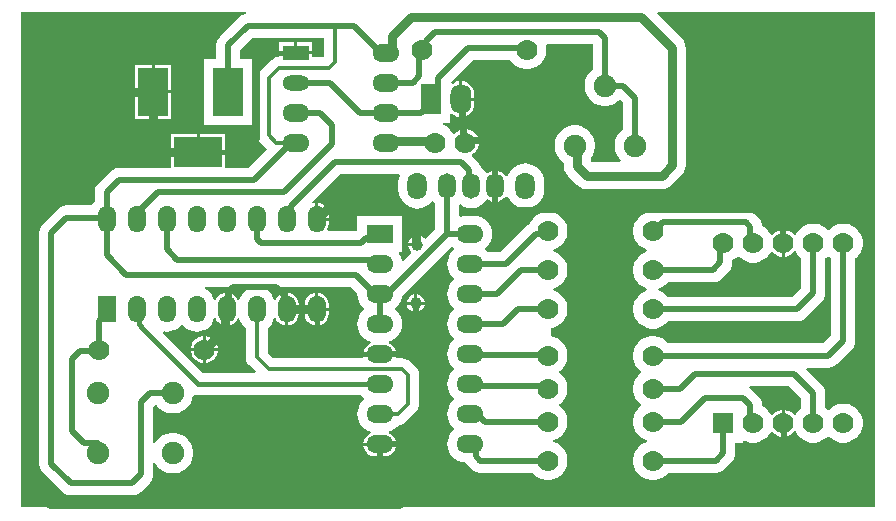
<source format=gbl>
G04*
G04 #@! TF.GenerationSoftware,Altium Limited,Altium Designer,22.10.1 (41)*
G04*
G04 Layer_Physical_Order=2*
G04 Layer_Color=16711680*
%FSLAX25Y25*%
%MOIN*%
G70*
G04*
G04 #@! TF.SameCoordinates,7AE85D4C-FD46-4DCC-B2CD-606CE683DADB*
G04*
G04*
G04 #@! TF.FilePolarity,Positive*
G04*
G01*
G75*
%ADD10C,0.01500*%
%ADD30C,0.02000*%
%ADD31O,0.09000X0.05118*%
%ADD32O,0.09000X0.06000*%
%ADD33R,0.09000X0.04724*%
%ADD34R,0.07000X0.10000*%
%ADD35O,0.07000X0.10000*%
%ADD36C,0.07000*%
%ADD37O,0.06500X0.09000*%
%ADD38O,0.06000X0.08500*%
%ADD39C,0.07500*%
%ADD40R,0.07000X0.07000*%
%ADD41R,0.10000X0.16000*%
%ADD42R,0.16000X0.10000*%
%ADD43R,0.09000X0.06000*%
%ADD44O,0.06000X0.09000*%
%ADD45R,0.06000X0.09000*%
%ADD46C,0.03937*%
%ADD47C,0.01200*%
%ADD48C,0.03000*%
G36*
X589970Y198530D02*
X305530D01*
Y363470D01*
X380476D01*
X380508Y362970D01*
X379956Y362897D01*
X378983Y362494D01*
X378147Y361853D01*
X371647Y355353D01*
X371006Y354517D01*
X370603Y353544D01*
X370465Y352500D01*
X370465Y352500D01*
Y348000D01*
X366500D01*
Y326000D01*
X382500D01*
Y348000D01*
X378535D01*
Y350829D01*
X382671Y354965D01*
X406369D01*
Y348631D01*
X402500D01*
Y349500D01*
X391500D01*
Y348631D01*
X390560Y348507D01*
X389685Y348145D01*
X388932Y347568D01*
X385433Y344068D01*
X384855Y343316D01*
X384493Y342440D01*
X384369Y341500D01*
Y322500D01*
X384493Y321560D01*
X384855Y320685D01*
X385433Y319933D01*
X387580Y317785D01*
X381329Y311535D01*
X373500D01*
Y316500D01*
X355500D01*
Y311535D01*
X338000D01*
X336956Y311397D01*
X335983Y310994D01*
X335147Y310353D01*
X335147Y310353D01*
X331147Y306353D01*
X330506Y305517D01*
X330103Y304544D01*
X329965Y303500D01*
X329965Y303500D01*
Y300451D01*
X329737Y300263D01*
X328987Y299349D01*
X328819Y299035D01*
X320500D01*
X320500Y299035D01*
X319456Y298897D01*
X318483Y298494D01*
X317647Y297853D01*
X317647Y297853D01*
X312647Y292853D01*
X312006Y292017D01*
X311603Y291044D01*
X311466Y290000D01*
X311466Y290000D01*
Y213000D01*
X311466Y213000D01*
X311603Y211956D01*
X312006Y210983D01*
X312647Y210147D01*
X319147Y203647D01*
X319983Y203006D01*
X320956Y202603D01*
X322000Y202466D01*
X322000Y202466D01*
X342500D01*
X342500Y202466D01*
X343544Y202603D01*
X344517Y203006D01*
X345353Y203647D01*
X348353Y206647D01*
X348994Y207483D01*
X349397Y208456D01*
X349535Y209500D01*
Y213081D01*
X350002Y213284D01*
X350034Y213278D01*
X350757Y212197D01*
X351697Y211257D01*
X352803Y210518D01*
X354031Y210009D01*
X355335Y209750D01*
X356665D01*
X357969Y210009D01*
X359197Y210518D01*
X360303Y211257D01*
X361243Y212197D01*
X361982Y213303D01*
X362491Y214531D01*
X362750Y215835D01*
Y217165D01*
X362491Y218469D01*
X361982Y219697D01*
X361243Y220803D01*
X360303Y221743D01*
X359197Y222482D01*
X357969Y222991D01*
X356665Y223250D01*
X355335D01*
X354031Y222991D01*
X352803Y222482D01*
X351697Y221743D01*
X350757Y220803D01*
X350034Y219722D01*
X350002Y219716D01*
X349535Y219919D01*
Y231829D01*
X350117Y232412D01*
X350635Y232379D01*
X350757Y232197D01*
X351697Y231257D01*
X352803Y230518D01*
X354031Y230009D01*
X355335Y229750D01*
X356665D01*
X357969Y230009D01*
X359197Y230518D01*
X360303Y231257D01*
X361243Y232197D01*
X361982Y233303D01*
X362491Y234531D01*
X362711Y235641D01*
X363192Y235983D01*
X363521Y235846D01*
X364500Y235718D01*
X418842D01*
X419237Y235237D01*
X419830Y234750D01*
Y234250D01*
X419237Y233763D01*
X418487Y232850D01*
X417930Y231807D01*
X417587Y230676D01*
X417471Y229500D01*
X417587Y228324D01*
X417930Y227193D01*
X418487Y226150D01*
X419237Y225237D01*
X420151Y224487D01*
X421193Y223930D01*
X421910Y223712D01*
X421936Y223182D01*
X421483Y222994D01*
X420647Y222353D01*
X420006Y221517D01*
X419603Y220544D01*
X419531Y220000D01*
X430469D01*
X430397Y220544D01*
X429994Y221517D01*
X429353Y222353D01*
X428517Y222994D01*
X428064Y223182D01*
X428090Y223712D01*
X428807Y223930D01*
X429849Y224487D01*
X430763Y225237D01*
X431316Y225911D01*
X431940Y225993D01*
X432816Y226355D01*
X433568Y226933D01*
X437068Y230433D01*
X437645Y231185D01*
X438007Y232060D01*
X438131Y233000D01*
X438131Y233000D01*
Y242500D01*
X438131Y242500D01*
X438007Y243440D01*
X437645Y244316D01*
X437068Y245068D01*
X435068Y247067D01*
X434315Y247645D01*
X433440Y248007D01*
X432500Y248131D01*
X430743D01*
X430420Y248631D01*
X430469Y249000D01*
X419531D01*
X419580Y248631D01*
X419257Y248131D01*
X389504D01*
X387631Y250004D01*
Y258218D01*
X388263Y258737D01*
X389013Y259650D01*
X389570Y260693D01*
X389788Y261410D01*
X390318Y261436D01*
X390506Y260983D01*
X391147Y260147D01*
X391983Y259506D01*
X392956Y259103D01*
X393500Y259031D01*
Y264500D01*
Y269969D01*
X392956Y269897D01*
X391983Y269494D01*
X391147Y268853D01*
X390506Y268017D01*
X390318Y267564D01*
X389788Y267590D01*
X389570Y268307D01*
X389013Y269350D01*
X388263Y270263D01*
X387350Y271013D01*
X386503Y271465D01*
X386628Y271966D01*
X415329D01*
X417500Y269794D01*
X417471Y269500D01*
X417587Y268324D01*
X417930Y267193D01*
X418487Y266150D01*
X419237Y265237D01*
X419830Y264750D01*
Y264250D01*
X419237Y263763D01*
X418487Y262849D01*
X417930Y261807D01*
X417587Y260676D01*
X417471Y259500D01*
X417587Y258324D01*
X417930Y257193D01*
X418487Y256151D01*
X419237Y255237D01*
X420151Y254487D01*
X421193Y253930D01*
X421910Y253712D01*
X421936Y253182D01*
X421483Y252994D01*
X420647Y252353D01*
X420006Y251517D01*
X419603Y250544D01*
X419531Y250000D01*
X430469D01*
X430397Y250544D01*
X429994Y251517D01*
X429353Y252353D01*
X428517Y252994D01*
X428064Y253182D01*
X428090Y253712D01*
X428807Y253930D01*
X429849Y254487D01*
X430763Y255237D01*
X431513Y256151D01*
X432070Y257193D01*
X432413Y258324D01*
X432529Y259500D01*
X432413Y260676D01*
X432070Y261807D01*
X431513Y262849D01*
X430763Y263763D01*
X430170Y264250D01*
Y264750D01*
X430763Y265237D01*
X431513Y266150D01*
X432070Y267193D01*
X432413Y268324D01*
X432455Y268749D01*
X448956Y285251D01*
X449237Y285237D01*
X449830Y284750D01*
Y284250D01*
X449237Y283763D01*
X448487Y282850D01*
X447930Y281807D01*
X447587Y280676D01*
X447471Y279500D01*
X447587Y278324D01*
X447930Y277193D01*
X448487Y276150D01*
X449237Y275237D01*
X449830Y274750D01*
Y274250D01*
X449237Y273763D01*
X448487Y272849D01*
X447930Y271807D01*
X447587Y270676D01*
X447471Y269500D01*
X447587Y268324D01*
X447930Y267193D01*
X448487Y266150D01*
X449237Y265237D01*
X449830Y264750D01*
Y264250D01*
X449237Y263763D01*
X448487Y262849D01*
X447930Y261807D01*
X447587Y260676D01*
X447471Y259500D01*
X447587Y258324D01*
X447930Y257193D01*
X448487Y256151D01*
X449237Y255237D01*
X449830Y254750D01*
Y254250D01*
X449237Y253763D01*
X448487Y252850D01*
X447930Y251807D01*
X447587Y250676D01*
X447471Y249500D01*
X447587Y248324D01*
X447930Y247193D01*
X448487Y246150D01*
X449237Y245237D01*
X449830Y244750D01*
Y244250D01*
X449237Y243763D01*
X448487Y242849D01*
X447930Y241807D01*
X447587Y240676D01*
X447471Y239500D01*
X447587Y238324D01*
X447930Y237193D01*
X448487Y236151D01*
X449237Y235237D01*
X449830Y234750D01*
Y234250D01*
X449237Y233763D01*
X448487Y232850D01*
X447930Y231807D01*
X447587Y230676D01*
X447471Y229500D01*
X447587Y228324D01*
X447930Y227193D01*
X448487Y226150D01*
X449237Y225237D01*
X449830Y224750D01*
Y224250D01*
X449237Y223763D01*
X448487Y222849D01*
X447930Y221807D01*
X447587Y220676D01*
X447471Y219500D01*
X447587Y218324D01*
X447930Y217193D01*
X448487Y216150D01*
X449237Y215237D01*
X450150Y214487D01*
X451193Y213930D01*
X452324Y213587D01*
X453500Y213471D01*
X453515D01*
X454147Y212647D01*
X455647Y211147D01*
X456483Y210506D01*
X457456Y210103D01*
X458500Y209965D01*
X475878D01*
X475951Y209857D01*
X476857Y208951D01*
X477921Y208240D01*
X479104Y207750D01*
X480360Y207500D01*
X481640D01*
X482896Y207750D01*
X484079Y208240D01*
X485144Y208951D01*
X486049Y209857D01*
X486760Y210921D01*
X487250Y212104D01*
X487500Y213360D01*
Y214640D01*
X487250Y215896D01*
X486760Y217079D01*
X486049Y218144D01*
X485144Y219049D01*
X484079Y219760D01*
X482913Y220243D01*
X482896Y220281D01*
Y220719D01*
X482913Y220757D01*
X484079Y221240D01*
X485144Y221951D01*
X486049Y222856D01*
X486760Y223921D01*
X487250Y225104D01*
X487500Y226360D01*
Y227640D01*
X487250Y228896D01*
X486760Y230079D01*
X486049Y231143D01*
X485144Y232049D01*
X484842Y232250D01*
Y232750D01*
X485144Y232951D01*
X486049Y233857D01*
X486760Y234921D01*
X487250Y236104D01*
X487500Y237360D01*
Y238640D01*
X487250Y239896D01*
X486760Y241079D01*
X486049Y242144D01*
X485144Y243049D01*
X484842Y243250D01*
Y243750D01*
X485144Y243951D01*
X486049Y244857D01*
X486760Y245921D01*
X487250Y247104D01*
X487500Y248360D01*
Y249640D01*
X487250Y250896D01*
X486760Y252079D01*
X486049Y253144D01*
X485144Y254049D01*
X484079Y254760D01*
X482896Y255250D01*
X482000Y255428D01*
Y258072D01*
X482896Y258250D01*
X484079Y258740D01*
X485144Y259451D01*
X486049Y260356D01*
X486760Y261421D01*
X487250Y262604D01*
X487500Y263860D01*
Y265140D01*
X487250Y266396D01*
X486760Y267579D01*
X486049Y268643D01*
X485144Y269549D01*
X484079Y270260D01*
X482913Y270743D01*
X482896Y270781D01*
Y271219D01*
X482913Y271257D01*
X484079Y271740D01*
X485144Y272451D01*
X486049Y273357D01*
X486760Y274421D01*
X487250Y275604D01*
X487500Y276860D01*
Y278140D01*
X487250Y279396D01*
X486760Y280579D01*
X486049Y281644D01*
X485144Y282549D01*
X484079Y283260D01*
X482913Y283743D01*
X482896Y283781D01*
Y284219D01*
X482913Y284257D01*
X484079Y284740D01*
X485144Y285451D01*
X486049Y286356D01*
X486760Y287421D01*
X487250Y288604D01*
X487500Y289860D01*
Y291140D01*
X487250Y292396D01*
X486760Y293579D01*
X486049Y294643D01*
X485144Y295549D01*
X484079Y296260D01*
X482896Y296750D01*
X481640Y297000D01*
X480360D01*
X479104Y296750D01*
X477921Y296260D01*
X476857Y295549D01*
X475951Y294643D01*
X475240Y293579D01*
X475010Y293025D01*
X474191Y292396D01*
X465329Y283535D01*
X460951D01*
X460763Y283763D01*
X460170Y284250D01*
Y284750D01*
X460763Y285237D01*
X461513Y286151D01*
X462070Y287193D01*
X462413Y288324D01*
X462529Y289500D01*
X462413Y290676D01*
X462070Y291807D01*
X461513Y292849D01*
X460763Y293763D01*
X459850Y294513D01*
X458807Y295070D01*
X457676Y295413D01*
X456500Y295529D01*
X453500D01*
X452324Y295413D01*
X451936Y295296D01*
X451535Y295593D01*
Y299158D01*
X451987Y299372D01*
X452150Y299237D01*
X453193Y298680D01*
X454324Y298337D01*
X455500Y298221D01*
X456676Y298337D01*
X457807Y298680D01*
X458849Y299237D01*
X459763Y299987D01*
X460513Y300901D01*
X460558Y300985D01*
X461047Y301091D01*
X461483Y300756D01*
X462456Y300353D01*
X463000Y300281D01*
Y305500D01*
Y310719D01*
X462456Y310647D01*
X461483Y310244D01*
X461047Y309910D01*
X460558Y310015D01*
X460513Y310100D01*
X459763Y311013D01*
X458849Y311763D01*
X458595Y311899D01*
X458229Y312783D01*
X457587Y313618D01*
X457587Y313618D01*
X455630Y315576D01*
X455695Y316071D01*
X456263Y316399D01*
X457101Y317237D01*
X457693Y318263D01*
X458000Y319408D01*
Y319500D01*
X453500D01*
Y320000D01*
X453000D01*
Y324500D01*
X452908D01*
X451763Y324193D01*
X450737Y323601D01*
X449899Y322763D01*
X449886Y322740D01*
X449387Y322773D01*
X449260Y323079D01*
X448549Y324144D01*
X447644Y325049D01*
X446579Y325760D01*
X446000Y326000D01*
X446100Y326500D01*
X448500D01*
Y329383D01*
X449000Y329630D01*
X449731Y329069D01*
X450825Y328616D01*
X451500Y328527D01*
Y334500D01*
Y340473D01*
X450825Y340384D01*
X449731Y339931D01*
X449360Y339646D01*
X448818Y339861D01*
X448784Y340078D01*
X456171Y347465D01*
X468544D01*
X468951Y346856D01*
X469857Y345951D01*
X470921Y345240D01*
X472104Y344750D01*
X473360Y344500D01*
X474640D01*
X475896Y344750D01*
X477079Y345240D01*
X478144Y345951D01*
X479049Y346856D01*
X479760Y347921D01*
X480250Y349104D01*
X480500Y350360D01*
Y351640D01*
X480336Y352466D01*
X480746Y352965D01*
X495965D01*
Y344422D01*
X495697Y344243D01*
X494757Y343303D01*
X494018Y342197D01*
X493509Y340969D01*
X493250Y339665D01*
Y338335D01*
X493509Y337031D01*
X494018Y335803D01*
X494757Y334697D01*
X495697Y333757D01*
X496803Y333018D01*
X498031Y332509D01*
X499335Y332250D01*
X500665D01*
X501969Y332509D01*
X503197Y333018D01*
X504303Y333757D01*
X504920Y334374D01*
X505966Y333329D01*
Y324422D01*
X505697Y324243D01*
X504757Y323303D01*
X504018Y322197D01*
X503509Y320969D01*
X503250Y319665D01*
Y318335D01*
X503509Y317031D01*
X504018Y315803D01*
X504757Y314697D01*
X505415Y314039D01*
X505208Y313539D01*
X495880D01*
X495400Y314019D01*
Y314932D01*
X495982Y315803D01*
X496491Y317031D01*
X496750Y318335D01*
Y319665D01*
X496491Y320969D01*
X495982Y322197D01*
X495243Y323303D01*
X494303Y324243D01*
X493197Y324982D01*
X491969Y325491D01*
X490665Y325750D01*
X489335D01*
X488031Y325491D01*
X486803Y324982D01*
X485697Y324243D01*
X484757Y323303D01*
X484018Y322197D01*
X483509Y320969D01*
X483250Y319665D01*
Y318335D01*
X483509Y317031D01*
X484018Y315803D01*
X484757Y314697D01*
X485697Y313757D01*
X486322Y313339D01*
Y312139D01*
X486477Y310964D01*
X486930Y309870D01*
X487652Y308929D01*
X490791Y305791D01*
X490791Y305791D01*
X491731Y305069D01*
X492825Y304616D01*
X494000Y304461D01*
X519000D01*
X520175Y304616D01*
X521269Y305069D01*
X522209Y305791D01*
X525709Y309291D01*
X526431Y310231D01*
X526884Y311325D01*
X527039Y312500D01*
X527039Y312500D01*
Y351500D01*
X526884Y352675D01*
X526431Y353769D01*
X525709Y354709D01*
X517411Y363008D01*
X517602Y363470D01*
X589970D01*
Y198530D01*
D02*
G37*
G36*
X431641Y308965D02*
X431340Y307975D01*
X431220Y306750D01*
Y304250D01*
X431340Y303025D01*
X431698Y301847D01*
X432278Y300761D01*
X433059Y299809D01*
X434011Y299028D01*
X435097Y298448D01*
X436275Y298090D01*
X437500Y297970D01*
X438725Y298090D01*
X439903Y298448D01*
X440989Y299028D01*
X441941Y299809D01*
X442412Y300383D01*
X442912D01*
X443237Y299987D01*
X443466Y299799D01*
Y291171D01*
X440300Y288005D01*
X439643Y288055D01*
X439323Y288375D01*
X438646Y288766D01*
X438000Y288939D01*
Y286000D01*
X437500D01*
Y285500D01*
X434561D01*
X434734Y284854D01*
X435125Y284177D01*
X435444Y283857D01*
X435495Y283200D01*
X432867Y280573D01*
X432378Y280791D01*
X432070Y281807D01*
X431513Y282850D01*
X431350Y283048D01*
X431564Y283500D01*
X432500D01*
Y295500D01*
X417500D01*
Y291017D01*
X416935Y290534D01*
X407715D01*
X407653Y290661D01*
X407515Y291035D01*
X407897Y291956D01*
X408035Y293000D01*
Y294000D01*
X404000D01*
Y294500D01*
X403500D01*
Y299969D01*
X402956Y299897D01*
X402707Y299794D01*
X402423Y300218D01*
X411671Y309466D01*
X431356D01*
X431641Y308965D01*
D02*
G37*
G36*
X381497Y271465D02*
X380650Y271013D01*
X379737Y270263D01*
X378987Y269350D01*
X378430Y268307D01*
X378212Y267590D01*
X377682Y267564D01*
X377494Y268017D01*
X376853Y268853D01*
X376017Y269494D01*
X375044Y269897D01*
X374500Y269969D01*
Y264500D01*
Y259031D01*
X375044Y259103D01*
X376017Y259506D01*
X376853Y260147D01*
X377494Y260983D01*
X377682Y261436D01*
X378212Y261410D01*
X378430Y260693D01*
X378987Y259650D01*
X379737Y258737D01*
X380369Y258218D01*
Y248500D01*
X380493Y247560D01*
X380855Y246685D01*
X381433Y245933D01*
X383621Y243744D01*
X383429Y243282D01*
X366067D01*
X352743Y256606D01*
X352985Y257071D01*
X354000Y256971D01*
X355176Y257087D01*
X356307Y257430D01*
X357349Y257987D01*
X358263Y258737D01*
X358750Y259330D01*
X359250D01*
X359737Y258737D01*
X360650Y257987D01*
X361693Y257430D01*
X362824Y257087D01*
X364000Y256971D01*
X365176Y257087D01*
X366307Y257430D01*
X367350Y257987D01*
X368263Y258737D01*
X369013Y259650D01*
X369570Y260693D01*
X369788Y261410D01*
X370318Y261436D01*
X370506Y260983D01*
X371147Y260147D01*
X371983Y259506D01*
X372956Y259103D01*
X373500Y259031D01*
Y264500D01*
Y269969D01*
X372956Y269897D01*
X371983Y269494D01*
X371147Y268853D01*
X370506Y268017D01*
X370318Y267564D01*
X369788Y267590D01*
X369570Y268307D01*
X369013Y269350D01*
X368263Y270263D01*
X367350Y271013D01*
X366503Y271465D01*
X366628Y271966D01*
X381372D01*
X381497Y271465D01*
D02*
G37*
%LPC*%
G36*
X402500Y353362D02*
X397500D01*
Y350500D01*
X402500D01*
Y353362D01*
D02*
G37*
G36*
X396500D02*
X391500D01*
Y350500D01*
X396500D01*
Y353362D01*
D02*
G37*
G36*
X355500Y346000D02*
X350000D01*
Y337500D01*
X355500D01*
Y346000D01*
D02*
G37*
G36*
X349000D02*
X343500D01*
Y337500D01*
X349000D01*
Y346000D01*
D02*
G37*
G36*
X452500Y340473D02*
Y335000D01*
X456539D01*
Y336000D01*
X456384Y337175D01*
X455931Y338269D01*
X455209Y339209D01*
X454269Y339931D01*
X453175Y340384D01*
X452500Y340473D01*
D02*
G37*
G36*
X456539Y334000D02*
X452500D01*
Y328527D01*
X453175Y328616D01*
X454269Y329069D01*
X455209Y329791D01*
X455931Y330731D01*
X456384Y331825D01*
X456539Y333000D01*
Y334000D01*
D02*
G37*
G36*
X355500Y336500D02*
X350000D01*
Y328000D01*
X355500D01*
Y336500D01*
D02*
G37*
G36*
X349000D02*
X343500D01*
Y328000D01*
X349000D01*
Y336500D01*
D02*
G37*
G36*
X454092Y324500D02*
X454000D01*
Y320500D01*
X458000D01*
Y320592D01*
X457693Y321737D01*
X457101Y322763D01*
X456263Y323601D01*
X455237Y324193D01*
X454092Y324500D01*
D02*
G37*
G36*
X373500Y323000D02*
X365000D01*
Y317500D01*
X373500D01*
Y323000D01*
D02*
G37*
G36*
X364000D02*
X355500D01*
Y317500D01*
X364000D01*
Y323000D01*
D02*
G37*
G36*
X473500Y313030D02*
X472275Y312910D01*
X471097Y312552D01*
X470011Y311972D01*
X469059Y311191D01*
X468278Y310239D01*
X467698Y309153D01*
X467561Y308704D01*
X467031Y308678D01*
X466994Y308767D01*
X466353Y309603D01*
X465517Y310244D01*
X464544Y310647D01*
X464000Y310719D01*
Y305500D01*
Y300281D01*
X464544Y300353D01*
X465517Y300756D01*
X466353Y301397D01*
X466994Y302233D01*
X467031Y302322D01*
X467561Y302296D01*
X467698Y301847D01*
X468278Y300761D01*
X469059Y299809D01*
X470011Y299028D01*
X471097Y298448D01*
X472275Y298090D01*
X473500Y297970D01*
X474725Y298090D01*
X475903Y298448D01*
X476989Y299028D01*
X477941Y299809D01*
X478722Y300761D01*
X479302Y301847D01*
X479660Y303025D01*
X479780Y304250D01*
Y306750D01*
X479660Y307975D01*
X479302Y309153D01*
X478722Y310239D01*
X477941Y311191D01*
X476989Y311972D01*
X475903Y312552D01*
X474725Y312910D01*
X473500Y313030D01*
D02*
G37*
G36*
X547000Y297534D02*
X547000Y297534D01*
X519500D01*
X518456Y297397D01*
X517483Y296994D01*
X517315Y296866D01*
X516640Y297000D01*
X515360D01*
X514104Y296750D01*
X512921Y296260D01*
X511857Y295549D01*
X510951Y294643D01*
X510240Y293579D01*
X509750Y292396D01*
X509500Y291140D01*
Y289860D01*
X509750Y288604D01*
X510240Y287421D01*
X510951Y286356D01*
X511857Y285451D01*
X512921Y284740D01*
X514087Y284257D01*
X514104Y284219D01*
Y283781D01*
X514087Y283743D01*
X512921Y283260D01*
X511857Y282549D01*
X510951Y281644D01*
X510240Y280579D01*
X509750Y279396D01*
X509500Y278140D01*
Y276860D01*
X509750Y275604D01*
X510240Y274421D01*
X510951Y273357D01*
X511857Y272451D01*
X512921Y271740D01*
X514087Y271257D01*
X514104Y271219D01*
Y270781D01*
X514087Y270743D01*
X512921Y270260D01*
X511857Y269549D01*
X510951Y268643D01*
X510240Y267579D01*
X509750Y266396D01*
X509500Y265140D01*
Y263860D01*
X509750Y262604D01*
X510240Y261421D01*
X510951Y260356D01*
X511857Y259451D01*
X512921Y258740D01*
X514104Y258250D01*
X515360Y258000D01*
X516640D01*
X517896Y258250D01*
X519079Y258740D01*
X520144Y259451D01*
X521049Y260356D01*
X521122Y260466D01*
X564000D01*
X564000Y260466D01*
X565044Y260603D01*
X566017Y261006D01*
X566853Y261647D01*
X572353Y267147D01*
X572353Y267147D01*
X572994Y267983D01*
X573397Y268956D01*
X573534Y270000D01*
Y281378D01*
X573643Y281451D01*
X574500Y282308D01*
X575356Y281451D01*
X575465Y281378D01*
Y255671D01*
X572829Y253034D01*
X521122D01*
X521049Y253144D01*
X520144Y254049D01*
X519079Y254760D01*
X517896Y255250D01*
X516640Y255500D01*
X515360D01*
X514104Y255250D01*
X512921Y254760D01*
X511857Y254049D01*
X510951Y253144D01*
X510240Y252079D01*
X509750Y250896D01*
X509500Y249640D01*
Y248360D01*
X509750Y247104D01*
X510240Y245921D01*
X510951Y244857D01*
X511857Y243951D01*
X512157Y243750D01*
Y243250D01*
X511857Y243049D01*
X510951Y242144D01*
X510240Y241079D01*
X509750Y239896D01*
X509500Y238640D01*
Y237360D01*
X509750Y236104D01*
X510240Y234921D01*
X510951Y233857D01*
X511857Y232951D01*
X512157Y232750D01*
Y232250D01*
X511857Y232049D01*
X510951Y231143D01*
X510240Y230079D01*
X509750Y228896D01*
X509500Y227640D01*
Y226360D01*
X509750Y225104D01*
X510240Y223921D01*
X510951Y222856D01*
X511857Y221951D01*
X512921Y221240D01*
X514087Y220757D01*
X514104Y220719D01*
Y220281D01*
X514087Y220243D01*
X512921Y219760D01*
X511857Y219049D01*
X510951Y218144D01*
X510240Y217079D01*
X509750Y215896D01*
X509500Y214640D01*
Y213360D01*
X509750Y212104D01*
X510240Y210921D01*
X510951Y209857D01*
X511857Y208951D01*
X512921Y208240D01*
X514104Y207750D01*
X515360Y207500D01*
X516640D01*
X517896Y207750D01*
X519079Y208240D01*
X520144Y208951D01*
X521049Y209857D01*
X521122Y209965D01*
X537000D01*
X537000Y209965D01*
X538044Y210103D01*
X539017Y210506D01*
X539853Y211147D01*
X542353Y213647D01*
X542353Y213647D01*
X542994Y214483D01*
X543397Y215456D01*
X543535Y216500D01*
Y220000D01*
X546000D01*
Y220508D01*
X546500Y220707D01*
X547604Y220250D01*
X548860Y220000D01*
X550140D01*
X551396Y220250D01*
X552579Y220740D01*
X553644Y221451D01*
X554549Y222357D01*
X555260Y223421D01*
X555387Y223727D01*
X555886Y223760D01*
X555899Y223737D01*
X556737Y222899D01*
X557763Y222307D01*
X558908Y222000D01*
X559000D01*
Y226500D01*
Y231000D01*
X558908D01*
X557763Y230693D01*
X556737Y230101D01*
X555899Y229263D01*
X555886Y229240D01*
X555387Y229273D01*
X555260Y229579D01*
X554549Y230644D01*
X553644Y231549D01*
X552579Y232260D01*
X552578Y232261D01*
Y232457D01*
X552578Y232457D01*
X552440Y233501D01*
X552037Y234474D01*
X551396Y235310D01*
X548853Y237853D01*
X548054Y238465D01*
X548053Y238520D01*
X548361Y238966D01*
X561329D01*
X565465Y234829D01*
Y231622D01*
X565356Y231549D01*
X564451Y230644D01*
X563740Y229579D01*
X563613Y229273D01*
X563114Y229240D01*
X563101Y229263D01*
X562263Y230101D01*
X561237Y230693D01*
X560092Y231000D01*
X560000D01*
Y226500D01*
Y222000D01*
X560092D01*
X561237Y222307D01*
X562263Y222899D01*
X563101Y223737D01*
X563114Y223760D01*
X563613Y223727D01*
X563740Y223421D01*
X564451Y222357D01*
X565356Y221451D01*
X566421Y220740D01*
X567604Y220250D01*
X568860Y220000D01*
X570140D01*
X571396Y220250D01*
X572579Y220740D01*
X573643Y221451D01*
X574500Y222308D01*
X575356Y221451D01*
X576421Y220740D01*
X577604Y220250D01*
X578860Y220000D01*
X580140D01*
X581396Y220250D01*
X582579Y220740D01*
X583643Y221451D01*
X584549Y222357D01*
X585260Y223421D01*
X585750Y224604D01*
X586000Y225860D01*
Y227140D01*
X585750Y228396D01*
X585260Y229579D01*
X584549Y230644D01*
X583643Y231549D01*
X582579Y232260D01*
X581396Y232750D01*
X580140Y233000D01*
X578860D01*
X577604Y232750D01*
X576421Y232260D01*
X575356Y231549D01*
X574500Y230692D01*
X573643Y231549D01*
X573534Y231622D01*
Y236500D01*
X573534Y236500D01*
X573397Y237544D01*
X572994Y238517D01*
X572353Y239353D01*
X567202Y244503D01*
X567393Y244966D01*
X574500D01*
X574500Y244966D01*
X575544Y245103D01*
X576517Y245506D01*
X577353Y246147D01*
X582353Y251147D01*
X582353Y251147D01*
X582994Y251983D01*
X583397Y252956D01*
X583534Y254000D01*
X583534Y254000D01*
Y281378D01*
X583643Y281451D01*
X584549Y282357D01*
X585260Y283421D01*
X585750Y284604D01*
X586000Y285860D01*
Y287140D01*
X585750Y288396D01*
X585260Y289579D01*
X584549Y290644D01*
X583643Y291549D01*
X582579Y292260D01*
X581396Y292750D01*
X580140Y293000D01*
X578860D01*
X577604Y292750D01*
X576421Y292260D01*
X575356Y291549D01*
X574500Y290692D01*
X573643Y291549D01*
X572579Y292260D01*
X571396Y292750D01*
X570140Y293000D01*
X568860D01*
X567604Y292750D01*
X566421Y292260D01*
X565356Y291549D01*
X564451Y290644D01*
X563740Y289579D01*
X563613Y289273D01*
X563114Y289240D01*
X563101Y289263D01*
X562263Y290101D01*
X561237Y290693D01*
X560092Y291000D01*
X560000D01*
Y286500D01*
Y282000D01*
X560092D01*
X561237Y282307D01*
X562263Y282899D01*
X563101Y283737D01*
X563114Y283760D01*
X563613Y283727D01*
X563740Y283421D01*
X564451Y282357D01*
X565356Y281451D01*
X565465Y281378D01*
Y271671D01*
X562329Y268534D01*
X521122D01*
X521049Y268643D01*
X520144Y269549D01*
X519079Y270260D01*
X517913Y270743D01*
X517896Y270781D01*
Y271219D01*
X517913Y271257D01*
X519079Y271740D01*
X520144Y272451D01*
X521049Y273357D01*
X521122Y273465D01*
X536000D01*
X536000Y273465D01*
X537044Y273603D01*
X538017Y274006D01*
X538853Y274647D01*
X541396Y277190D01*
X542037Y278026D01*
X542440Y278999D01*
X542578Y280043D01*
X542578Y280043D01*
Y280739D01*
X542579Y280740D01*
X543644Y281451D01*
X544500Y282308D01*
X545357Y281451D01*
X546421Y280740D01*
X547604Y280250D01*
X548860Y280000D01*
X550140D01*
X551396Y280250D01*
X552579Y280740D01*
X553644Y281451D01*
X554549Y282357D01*
X555260Y283421D01*
X555387Y283727D01*
X555886Y283760D01*
X555899Y283737D01*
X556737Y282899D01*
X557763Y282307D01*
X558908Y282000D01*
X559000D01*
Y286500D01*
Y291000D01*
X558908D01*
X557763Y290693D01*
X556737Y290101D01*
X555899Y289263D01*
X555886Y289240D01*
X555387Y289273D01*
X555260Y289579D01*
X554549Y290644D01*
X553644Y291549D01*
X552579Y292260D01*
X552535Y292278D01*
X552440Y293001D01*
X552037Y293974D01*
X551396Y294810D01*
X551396Y294810D01*
X549853Y296353D01*
X549017Y296994D01*
X548044Y297397D01*
X547000Y297534D01*
D02*
G37*
G36*
X437500Y269439D02*
Y267000D01*
X439939D01*
X439766Y267646D01*
X439375Y268323D01*
X438823Y268875D01*
X438146Y269266D01*
X437500Y269439D01*
D02*
G37*
G36*
X436500D02*
X435854Y269266D01*
X435177Y268875D01*
X434625Y268323D01*
X434234Y267646D01*
X434061Y267000D01*
X436500D01*
Y269439D01*
D02*
G37*
G36*
X404500Y269969D02*
Y265000D01*
X408035D01*
Y266000D01*
X407897Y267044D01*
X407494Y268017D01*
X406853Y268853D01*
X406017Y269494D01*
X405044Y269897D01*
X404500Y269969D01*
D02*
G37*
G36*
X394500D02*
Y265000D01*
X398035D01*
Y266000D01*
X397897Y267044D01*
X397494Y268017D01*
X396853Y268853D01*
X396017Y269494D01*
X395044Y269897D01*
X394500Y269969D01*
D02*
G37*
G36*
X403500D02*
X402956Y269897D01*
X401983Y269494D01*
X401147Y268853D01*
X400506Y268017D01*
X400103Y267044D01*
X399966Y266000D01*
Y265000D01*
X403500D01*
Y269969D01*
D02*
G37*
G36*
X439939Y266000D02*
X437500D01*
Y263561D01*
X438146Y263734D01*
X438823Y264125D01*
X439375Y264677D01*
X439766Y265354D01*
X439939Y266000D01*
D02*
G37*
G36*
X436500D02*
X434061D01*
X434234Y265354D01*
X434625Y264677D01*
X435177Y264125D01*
X435854Y263734D01*
X436500Y263561D01*
Y266000D01*
D02*
G37*
G36*
X408035Y264000D02*
X404500D01*
Y259031D01*
X405044Y259103D01*
X406017Y259506D01*
X406853Y260147D01*
X407494Y260983D01*
X407897Y261956D01*
X408035Y263000D01*
Y264000D01*
D02*
G37*
G36*
X398035D02*
X394500D01*
Y259031D01*
X395044Y259103D01*
X396017Y259506D01*
X396853Y260147D01*
X397494Y260983D01*
X397897Y261956D01*
X398035Y263000D01*
Y264000D01*
D02*
G37*
G36*
X403500D02*
X399966D01*
Y263000D01*
X400103Y261956D01*
X400506Y260983D01*
X401147Y260147D01*
X401983Y259506D01*
X402956Y259103D01*
X403500Y259031D01*
Y264000D01*
D02*
G37*
G36*
X430469Y219000D02*
X425500D01*
Y215465D01*
X426500D01*
X427544Y215603D01*
X428517Y216006D01*
X429353Y216647D01*
X429994Y217483D01*
X430397Y218456D01*
X430469Y219000D01*
D02*
G37*
G36*
X424500D02*
X419531D01*
X419603Y218456D01*
X420006Y217483D01*
X420647Y216647D01*
X421483Y216006D01*
X422456Y215603D01*
X423500Y215465D01*
X424500D01*
Y219000D01*
D02*
G37*
G36*
X404500Y299969D02*
Y295000D01*
X408035D01*
Y296000D01*
X407897Y297044D01*
X407494Y298017D01*
X406853Y298853D01*
X406017Y299494D01*
X405044Y299897D01*
X404500Y299969D01*
D02*
G37*
G36*
X437000Y288939D02*
X436354Y288766D01*
X435677Y288375D01*
X435125Y287823D01*
X434734Y287146D01*
X434561Y286500D01*
X437000D01*
Y288939D01*
D02*
G37*
G36*
X367092Y255500D02*
X367000D01*
Y251500D01*
X371000D01*
Y251592D01*
X370693Y252737D01*
X370101Y253763D01*
X369263Y254601D01*
X368237Y255193D01*
X367092Y255500D01*
D02*
G37*
G36*
X366000D02*
X365908D01*
X364763Y255193D01*
X363737Y254601D01*
X362899Y253763D01*
X362307Y252737D01*
X362000Y251592D01*
Y251500D01*
X366000D01*
Y255500D01*
D02*
G37*
G36*
X371000Y250500D02*
X367000D01*
Y246500D01*
X367092D01*
X368237Y246807D01*
X369263Y247399D01*
X370101Y248237D01*
X370693Y249263D01*
X371000Y250408D01*
Y250500D01*
D02*
G37*
G36*
X366000D02*
X362000D01*
Y250408D01*
X362307Y249263D01*
X362899Y248237D01*
X363737Y247399D01*
X364763Y246807D01*
X365908Y246500D01*
X366000D01*
Y250500D01*
D02*
G37*
%LPD*%
D10*
X364500Y317000D02*
X379500D01*
X384000Y321500D01*
Y346000D01*
X388000Y350000D02*
X397000D01*
X384000Y346000D02*
X388000Y350000D01*
X344861Y259639D02*
Y263639D01*
Y259639D02*
X345500Y259000D01*
X344000Y264500D02*
X344861Y263639D01*
X345500Y258500D02*
X364500Y239500D01*
X345500Y258500D02*
Y259000D01*
X364500Y239500D02*
X425000D01*
X404000Y252500D02*
Y264500D01*
X407000Y249500D02*
X425000D01*
X404000Y252500D02*
X407000Y249500D01*
D30*
X425000Y289500D02*
X424054Y289447D01*
X423120Y289288D01*
X422209Y289026D01*
X421334Y288663D01*
X420505Y288205D01*
X419732Y287656D01*
X419025Y287025D01*
X442000Y333500D02*
X444500Y336000D01*
X416500Y359000D02*
X425500Y350000D01*
X418500Y330000D02*
X427000D01*
X397000Y340000D02*
X408500D01*
X418500Y330000D01*
X410000Y359000D02*
X416500D01*
X425500Y350000D02*
X427000D01*
X452750Y320750D02*
Y333750D01*
X452000Y334500D02*
X452750Y333750D01*
Y320750D02*
X453500Y320000D01*
X438808Y330000D02*
X442808Y334000D01*
X473500Y351500D02*
X474000Y351000D01*
X454500Y351500D02*
X473500D01*
X444500Y341500D02*
X454500Y351500D01*
X444500Y336000D02*
Y341500D01*
X500000Y339000D02*
Y355000D01*
X443500Y357000D02*
X498000D01*
X500000Y355000D01*
X439000Y352353D02*
X440846Y354199D01*
X439000Y351000D02*
Y352353D01*
X440846Y354346D02*
X443500Y357000D01*
X440846Y354199D02*
Y354346D01*
X438043Y350043D02*
X439000Y351000D01*
X438043Y342043D02*
Y350043D01*
X427500Y269500D02*
X447500Y289500D01*
X437000Y266500D02*
Y267000D01*
X425000Y209000D02*
Y219500D01*
X381000Y359000D02*
X410000D01*
X334000Y294500D02*
Y303500D01*
X463500Y305500D02*
Y318500D01*
Y298672D02*
Y305500D01*
X437000Y255000D02*
Y266500D01*
X385500Y286500D02*
X418500D01*
X425000Y269500D02*
X427500D01*
X452000Y313500D02*
X454735Y310765D01*
Y306265D02*
X455500Y305500D01*
X384000Y288000D02*
X385500Y286500D01*
X410000Y313500D02*
X452000D01*
X418500Y286500D02*
X419025Y287025D01*
X423000Y287500D02*
X425000Y289500D01*
X454735Y306265D02*
Y310765D01*
X395493Y298993D02*
X410000Y313500D01*
X431500Y249500D02*
X438000D01*
X431500D02*
X437000Y255000D01*
X425000Y249500D02*
X431500D01*
X322000Y206500D02*
X342500D01*
X345500Y209500D01*
Y233500D01*
X348500Y236500D01*
X356000D01*
X334000Y282500D02*
Y294500D01*
Y282500D02*
X340500Y276000D01*
X417000D02*
X423500Y269500D01*
X340500Y276000D02*
X417000D01*
X423500Y269500D02*
X425000D01*
X420918Y281000D02*
X422418Y279500D01*
X354000Y284500D02*
X357500Y281000D01*
X422418Y279500D02*
X425000D01*
X357500Y281000D02*
X420918D01*
X354000Y284500D02*
Y294500D01*
X559672Y220000D02*
Y226328D01*
Y204172D02*
Y220000D01*
X556500Y201000D02*
X559672Y204172D01*
X433000Y201000D02*
X556500D01*
X425000Y209000D02*
X433000Y201000D01*
X334000Y303500D02*
X338000Y307500D01*
X333500Y295000D02*
X334000Y294500D01*
X344000Y296500D02*
X351000Y303500D01*
X393000D01*
X344000Y294500D02*
Y296500D01*
X393000Y303500D02*
X409000Y319500D01*
X383000Y307500D02*
X395500Y320000D01*
X338000Y307500D02*
X383000D01*
X559672Y220000D02*
X562672Y217000D01*
X559500Y226500D02*
X559672Y226328D01*
X555000Y297500D02*
X585000D01*
X464672D02*
X555000D01*
X562672Y217000D02*
X584000D01*
X588500Y221500D01*
Y294000D01*
X585000Y297500D02*
X588500Y294000D01*
X555000Y297500D02*
X559500Y293000D01*
X463500Y298672D02*
X464672Y297500D01*
X548543Y287457D02*
X549500Y286500D01*
X547000Y293500D02*
X548543Y291957D01*
Y287457D02*
Y291957D01*
X519500Y293500D02*
X547000D01*
X516500Y290500D02*
X519500Y293500D01*
X516000Y290500D02*
X516500D01*
X559500Y286500D02*
Y293000D01*
X500000Y339000D02*
X506000D01*
X510000Y335000D01*
Y319000D02*
Y335000D01*
X436000Y340000D02*
X438043Y342043D01*
X427000Y340000D02*
X436000D01*
X442808Y335000D02*
X444000D01*
X427000Y330000D02*
X438808D01*
X374500Y337000D02*
Y352500D01*
X381000Y359000D01*
X397000Y330000D02*
X405000D01*
X409000Y326000D01*
Y319500D02*
Y326000D01*
X394000Y294500D02*
Y297082D01*
X395493Y298575D02*
Y298993D01*
X394000Y297082D02*
X395493Y298575D01*
X461000Y321000D02*
X463500Y318500D01*
X454000Y321000D02*
X461000D01*
X447500Y289500D02*
Y305500D01*
X464000Y269500D02*
X472000Y277500D01*
X455000Y269500D02*
X464000D01*
X472000Y277500D02*
X481000D01*
X480043Y289543D02*
X481000Y290500D01*
X467000Y279500D02*
X477043Y289543D01*
X455000Y279500D02*
X467000D01*
X477043Y289543D02*
X480043D01*
X538543Y285543D02*
X539500Y286500D01*
X538543Y280043D02*
Y285543D01*
X536000Y277500D02*
X538543Y280043D01*
X516000Y277500D02*
X536000D01*
X564000Y264500D02*
X569500Y270000D01*
Y286500D01*
X516000Y264500D02*
X564000D01*
X579500Y254000D02*
Y286500D01*
X516000Y249000D02*
X574500D01*
X579500Y254000D01*
X569500Y226500D02*
Y236500D01*
X563000Y243000D02*
X569500Y236500D01*
X530000Y243000D02*
X563000D01*
X525000Y238000D02*
X530000Y243000D01*
X516000Y238000D02*
X525000D01*
X516000Y227000D02*
X525500D01*
X533500Y235000D01*
X546000D01*
X548543Y227457D02*
Y232457D01*
Y227457D02*
X549500Y226500D01*
X546000Y235000D02*
X548543Y232457D01*
X537000Y214000D02*
X539500Y216500D01*
Y226500D01*
X516000Y214000D02*
X537000D01*
X438000Y249500D02*
X442000Y245500D01*
Y227500D02*
Y245500D01*
X434000Y219500D02*
X442000Y227500D01*
X425000Y219500D02*
X434000D01*
X455152D02*
X457000Y217652D01*
Y215500D02*
Y217652D01*
X455000Y219500D02*
X455152D01*
X458500Y214000D02*
X481000D01*
X457000Y215500D02*
X458500Y214000D01*
X457582Y229500D02*
X460082Y227000D01*
X481000D01*
X455000Y229500D02*
X457582D01*
X455000Y239500D02*
X455750Y238750D01*
X480250D01*
X481000Y238000D01*
X455250Y249250D02*
X480750D01*
X455000Y249500D02*
X455250Y249250D01*
X480750D02*
X481000Y249000D01*
X471000Y264500D02*
X481000D01*
X466000Y259500D02*
X471000Y264500D01*
X455000Y259500D02*
X466000D01*
X447500Y289500D02*
X455000D01*
X425000Y259500D02*
Y269500D01*
X320500Y295000D02*
X333500D01*
X315500Y290000D02*
X320500Y295000D01*
X315500Y213000D02*
Y290000D01*
Y213000D02*
X322000Y206500D01*
X390500Y272000D02*
X393235Y269265D01*
Y265265D02*
X394000Y264500D01*
X393235Y265265D02*
Y269265D01*
X376000Y272000D02*
X390500D01*
X374765Y265265D02*
Y270765D01*
X376000Y272000D01*
X374000Y264500D02*
X374765Y265265D01*
X384000Y288000D02*
Y294500D01*
X322500Y224000D02*
X326500Y220000D01*
X331000D01*
X322500Y224000D02*
Y248000D01*
X325000Y250500D02*
X331000D01*
X322500Y248000D02*
X325000Y250500D01*
X331000D02*
X331500Y251000D01*
Y260500D02*
X334000Y263000D01*
Y264500D01*
X331500Y251000D02*
Y260500D01*
D31*
X397000Y340000D02*
D03*
D32*
Y330000D02*
D03*
Y320000D02*
D03*
X427000Y350000D02*
D03*
Y340000D02*
D03*
Y330000D02*
D03*
Y320000D02*
D03*
X455000Y219500D02*
D03*
Y229500D02*
D03*
Y239500D02*
D03*
Y249500D02*
D03*
Y259500D02*
D03*
Y269500D02*
D03*
Y279500D02*
D03*
Y289500D02*
D03*
X425000Y219500D02*
D03*
Y229500D02*
D03*
Y239500D02*
D03*
Y249500D02*
D03*
Y259500D02*
D03*
Y269500D02*
D03*
Y279500D02*
D03*
D33*
X397000Y350000D02*
D03*
D34*
X442000Y334500D02*
D03*
D35*
X452000D02*
D03*
D36*
X453500Y320000D02*
D03*
X443500D02*
D03*
X481000Y214000D02*
D03*
X516000D02*
D03*
X481000Y227000D02*
D03*
X516000D02*
D03*
X481000Y238000D02*
D03*
X516000D02*
D03*
X481000Y249000D02*
D03*
X516000D02*
D03*
X481000Y264500D02*
D03*
X516000D02*
D03*
X481000Y277500D02*
D03*
X516000D02*
D03*
X481000Y290500D02*
D03*
X516000D02*
D03*
X559500Y226500D02*
D03*
X569500Y286500D02*
D03*
X579500D02*
D03*
X569500Y226500D02*
D03*
X549500D02*
D03*
X579500D02*
D03*
X549500Y286500D02*
D03*
X539500D02*
D03*
X559500D02*
D03*
X474000Y351000D02*
D03*
X439000D02*
D03*
X366500Y251000D02*
D03*
X331500D02*
D03*
D37*
X473500Y305500D02*
D03*
X437500D02*
D03*
D38*
X463500D02*
D03*
X455500D02*
D03*
X447500D02*
D03*
D39*
X356000Y216500D02*
D03*
X331000Y236500D02*
D03*
Y216500D02*
D03*
X356000Y236500D02*
D03*
X490000Y319000D02*
D03*
X500000Y339000D02*
D03*
X510000Y319000D02*
D03*
D40*
X539500Y226500D02*
D03*
D41*
X374500Y337000D02*
D03*
X349500D02*
D03*
D42*
X364500Y317000D02*
D03*
D43*
X425000Y289500D02*
D03*
D44*
X404000Y294500D02*
D03*
X394000D02*
D03*
X384000D02*
D03*
X374000D02*
D03*
X364000D02*
D03*
X354000D02*
D03*
X344000D02*
D03*
X334000D02*
D03*
X404000Y264500D02*
D03*
X394000D02*
D03*
X384000D02*
D03*
X374000D02*
D03*
X364000D02*
D03*
X354000D02*
D03*
X344000D02*
D03*
D45*
X334000D02*
D03*
D46*
X437500Y286000D02*
D03*
X437000Y266500D02*
D03*
D47*
X388000Y322500D02*
Y341500D01*
X390500Y320000D02*
X395500D01*
X391500Y345000D02*
X408000D01*
X410000Y347000D02*
Y359000D01*
X395500Y320000D02*
X397000D01*
X388000Y322500D02*
X390500Y320000D01*
X388000Y341500D02*
X391500Y345000D01*
X408000D02*
X410000Y347000D01*
X425000Y229500D02*
X431000D01*
X434500Y233000D01*
Y242500D01*
X388000Y244500D02*
X432500D01*
X434500Y242500D01*
X384000Y248500D02*
Y264500D01*
Y248500D02*
X388000Y244500D01*
D48*
X429074Y355574D02*
X435500Y362000D01*
X512000D02*
X522500Y351500D01*
X435500Y362000D02*
X512000D01*
X437000Y286000D02*
Y293000D01*
X431500Y199500D02*
X433000Y201000D01*
X315000Y199500D02*
X431500D01*
X308000Y206500D02*
X315000Y199500D01*
X308000Y206500D02*
Y324500D01*
X320500Y337000D02*
X349500D01*
X308000Y324500D02*
X320500Y337000D01*
X430000Y300000D02*
X437000Y293000D01*
X404000Y295188D02*
X405386Y296574D01*
X406074D01*
X404000Y294500D02*
Y295188D01*
X406074Y296574D02*
X409500Y300000D01*
X430000D01*
X349500Y318757D02*
Y337000D01*
X427688Y350000D02*
X429074Y351386D01*
Y355574D01*
X427000Y350000D02*
X427688D01*
X522500Y312500D02*
Y351500D01*
X519000Y309000D02*
X522500Y312500D01*
X494000Y309000D02*
X519000D01*
X490861Y312139D02*
Y318139D01*
Y312139D02*
X494000Y309000D01*
X490000Y319000D02*
X490861Y318139D01*
X443500Y320500D02*
X444000Y321000D01*
X427000Y320000D02*
X427500Y320500D01*
X443500D01*
X394000Y264500D02*
X404000D01*
X373426Y257926D02*
Y263926D01*
X374000Y264500D01*
X366500Y251000D02*
X373426Y257926D01*
X351257Y317000D02*
X364500D01*
X349500Y318757D02*
X351257Y317000D01*
M02*

</source>
